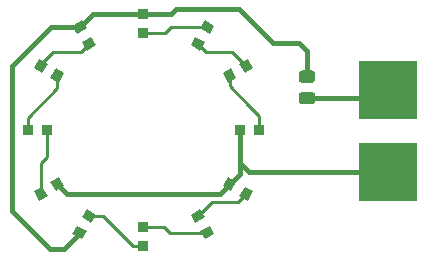
<source format=gtl>
G04 #@! TF.GenerationSoftware,KiCad,Pcbnew,(5.1.8)-1*
G04 #@! TF.CreationDate,2021-07-03T09:41:28-04:00*
G04 #@! TF.ProjectId,K40-LED_PCB,4b34302d-4c45-4445-9f50-43422e6b6963,rev?*
G04 #@! TF.SameCoordinates,Original*
G04 #@! TF.FileFunction,Copper,L1,Top*
G04 #@! TF.FilePolarity,Positive*
%FSLAX46Y46*%
G04 Gerber Fmt 4.6, Leading zero omitted, Abs format (unit mm)*
G04 Created by KiCad (PCBNEW (5.1.8)-1) date 2021-07-03 09:41:28*
%MOMM*%
%LPD*%
G01*
G04 APERTURE LIST*
G04 #@! TA.AperFunction,SMDPad,CuDef*
%ADD10R,5.000000X5.000000*%
G04 #@! TD*
G04 #@! TA.AperFunction,SMDPad,CuDef*
%ADD11C,0.100000*%
G04 #@! TD*
G04 #@! TA.AperFunction,SMDPad,CuDef*
%ADD12R,0.810000X0.930000*%
G04 #@! TD*
G04 #@! TA.AperFunction,SMDPad,CuDef*
%ADD13R,0.930000X0.810000*%
G04 #@! TD*
G04 #@! TA.AperFunction,Conductor*
%ADD14C,0.381000*%
G04 #@! TD*
G04 #@! TA.AperFunction,Conductor*
%ADD15C,0.250000*%
G04 #@! TD*
G04 APERTURE END LIST*
G04 #@! TA.AperFunction,SMDPad,CuDef*
G36*
G01*
X91300001Y-69000000D02*
X90399999Y-69000000D01*
G75*
G02*
X90150000Y-68750001I0J249999D01*
G01*
X90150000Y-68224999D01*
G75*
G02*
X90399999Y-67975000I249999J0D01*
G01*
X91300001Y-67975000D01*
G75*
G02*
X91550000Y-68224999I0J-249999D01*
G01*
X91550000Y-68750001D01*
G75*
G02*
X91300001Y-69000000I-249999J0D01*
G01*
G37*
G04 #@! TD.AperFunction*
G04 #@! TA.AperFunction,SMDPad,CuDef*
G36*
G01*
X91300001Y-70825000D02*
X90399999Y-70825000D01*
G75*
G02*
X90150000Y-70575001I0J249999D01*
G01*
X90150000Y-70049999D01*
G75*
G02*
X90399999Y-69800000I249999J0D01*
G01*
X91300001Y-69800000D01*
G75*
G02*
X91550000Y-70049999I0J-249999D01*
G01*
X91550000Y-70575001D01*
G75*
G02*
X91300001Y-70825000I-249999J0D01*
G01*
G37*
G04 #@! TD.AperFunction*
D10*
X97743000Y-76595000D03*
X97743000Y-69595000D03*
G04 #@! TA.AperFunction,SMDPad,CuDef*
D11*
G36*
X85118241Y-78605202D02*
G01*
X85583241Y-77799798D01*
X86284721Y-78204798D01*
X85819721Y-79010202D01*
X85118241Y-78605202D01*
G37*
G04 #@! TD.AperFunction*
G04 #@! TA.AperFunction,SMDPad,CuDef*
G36*
X83715279Y-77795202D02*
G01*
X84180279Y-76989798D01*
X84881759Y-77394798D01*
X84416759Y-78200202D01*
X83715279Y-77795202D01*
G37*
G04 #@! TD.AperFunction*
G04 #@! TA.AperFunction,SMDPad,CuDef*
G36*
X68416759Y-77799798D02*
G01*
X68881759Y-78605202D01*
X68180279Y-79010202D01*
X67715279Y-78204798D01*
X68416759Y-77799798D01*
G37*
G04 #@! TD.AperFunction*
G04 #@! TA.AperFunction,SMDPad,CuDef*
G36*
X69819721Y-76989798D02*
G01*
X70284721Y-77795202D01*
X69583241Y-78200202D01*
X69118241Y-77394798D01*
X69819721Y-76989798D01*
G37*
G04 #@! TD.AperFunction*
D12*
X85190000Y-73000000D03*
X86810000Y-73000000D03*
G04 #@! TA.AperFunction,SMDPad,CuDef*
D11*
G36*
X80989798Y-80180279D02*
G01*
X81795202Y-79715279D01*
X82200202Y-80416759D01*
X81394798Y-80881759D01*
X80989798Y-80180279D01*
G37*
G04 #@! TD.AperFunction*
G04 #@! TA.AperFunction,SMDPad,CuDef*
G36*
X81799798Y-81583241D02*
G01*
X82605202Y-81118241D01*
X83010202Y-81819721D01*
X82204798Y-82284721D01*
X81799798Y-81583241D01*
G37*
G04 #@! TD.AperFunction*
D12*
X68810000Y-73000000D03*
X67190000Y-73000000D03*
G04 #@! TA.AperFunction,SMDPad,CuDef*
D11*
G36*
X84180279Y-69010202D02*
G01*
X83715279Y-68204798D01*
X84416759Y-67799798D01*
X84881759Y-68605202D01*
X84180279Y-69010202D01*
G37*
G04 #@! TD.AperFunction*
G04 #@! TA.AperFunction,SMDPad,CuDef*
G36*
X85583241Y-68200202D02*
G01*
X85118241Y-67394798D01*
X85819721Y-66989798D01*
X86284721Y-67795202D01*
X85583241Y-68200202D01*
G37*
G04 #@! TD.AperFunction*
D13*
X77000000Y-81190000D03*
X77000000Y-82810000D03*
G04 #@! TA.AperFunction,SMDPad,CuDef*
D11*
G36*
X70284721Y-68204798D02*
G01*
X69819721Y-69010202D01*
X69118241Y-68605202D01*
X69583241Y-67799798D01*
X70284721Y-68204798D01*
G37*
G04 #@! TD.AperFunction*
G04 #@! TA.AperFunction,SMDPad,CuDef*
G36*
X68881759Y-67394798D02*
G01*
X68416759Y-68200202D01*
X67715279Y-67795202D01*
X68180279Y-66989798D01*
X68881759Y-67394798D01*
G37*
G04 #@! TD.AperFunction*
G04 #@! TA.AperFunction,SMDPad,CuDef*
G36*
X81795202Y-66284721D02*
G01*
X80989798Y-65819721D01*
X81394798Y-65118241D01*
X82200202Y-65583241D01*
X81795202Y-66284721D01*
G37*
G04 #@! TD.AperFunction*
G04 #@! TA.AperFunction,SMDPad,CuDef*
G36*
X82605202Y-64881759D02*
G01*
X81799798Y-64416759D01*
X82204798Y-63715279D01*
X83010202Y-64180279D01*
X82605202Y-64881759D01*
G37*
G04 #@! TD.AperFunction*
G04 #@! TA.AperFunction,SMDPad,CuDef*
G36*
X72204798Y-79715279D02*
G01*
X73010202Y-80180279D01*
X72605202Y-80881759D01*
X71799798Y-80416759D01*
X72204798Y-79715279D01*
G37*
G04 #@! TD.AperFunction*
G04 #@! TA.AperFunction,SMDPad,CuDef*
G36*
X71394798Y-81118241D02*
G01*
X72200202Y-81583241D01*
X71795202Y-82284721D01*
X70989798Y-81819721D01*
X71394798Y-81118241D01*
G37*
G04 #@! TD.AperFunction*
G04 #@! TA.AperFunction,SMDPad,CuDef*
G36*
X72200202Y-64416759D02*
G01*
X71394798Y-64881759D01*
X70989798Y-64180279D01*
X71795202Y-63715279D01*
X72200202Y-64416759D01*
G37*
G04 #@! TD.AperFunction*
G04 #@! TA.AperFunction,SMDPad,CuDef*
G36*
X73010202Y-65819721D02*
G01*
X72204798Y-66284721D01*
X71799798Y-65583241D01*
X72605202Y-65118241D01*
X73010202Y-65819721D01*
G37*
G04 #@! TD.AperFunction*
D13*
X77000000Y-63190000D03*
X77000000Y-64810000D03*
D14*
X77000000Y-63190000D02*
X79304000Y-63190000D01*
X79304000Y-63190000D02*
X79756000Y-62738000D01*
X79756000Y-62738000D02*
X85090000Y-62738000D01*
X85090000Y-62738000D02*
X88011000Y-65659000D01*
X88011000Y-65659000D02*
X90170000Y-65659000D01*
X90850000Y-66339000D02*
X90850000Y-68487500D01*
X90170000Y-65659000D02*
X90850000Y-66339000D01*
X72703519Y-63190000D02*
X71595000Y-64298519D01*
X77000000Y-63190000D02*
X72703519Y-63190000D01*
X71595000Y-64298519D02*
X69178481Y-64298519D01*
X69178481Y-64298519D02*
X65913000Y-67564000D01*
X65913000Y-67564000D02*
X65913000Y-79883000D01*
X65913000Y-79883000D02*
X69088000Y-83058000D01*
X70238481Y-83058000D02*
X69723000Y-83058000D01*
X71595000Y-81701481D02*
X70238481Y-83058000D01*
X69088000Y-83058000D02*
X69723000Y-83058000D01*
D15*
X77000000Y-64810000D02*
X78827000Y-64810000D01*
X79338481Y-64298519D02*
X82405000Y-64298519D01*
X78827000Y-64810000D02*
X79338481Y-64298519D01*
X72405000Y-65701481D02*
X71685481Y-66421000D01*
X71685481Y-66421000D02*
X69342000Y-66421000D01*
X68298519Y-67464481D02*
X68298519Y-67595000D01*
X69342000Y-66421000D02*
X68298519Y-67464481D01*
X72405000Y-80298519D02*
X73567519Y-80298519D01*
X76079000Y-82810000D02*
X77000000Y-82810000D01*
X73567519Y-80298519D02*
X76079000Y-82810000D01*
X85701481Y-67595000D02*
X84527481Y-66421000D01*
X82314520Y-66421000D02*
X82241760Y-66348240D01*
X84527481Y-66421000D02*
X82314520Y-66421000D01*
X81595000Y-65701481D02*
X82241760Y-66348240D01*
X69701481Y-68405000D02*
X69701481Y-69490519D01*
X67190000Y-72002000D02*
X67190000Y-73000000D01*
X69701481Y-69490519D02*
X67190000Y-72002000D01*
X77000000Y-81190000D02*
X78777000Y-81190000D01*
X79288481Y-81701481D02*
X82405000Y-81701481D01*
X78777000Y-81190000D02*
X79288481Y-81701481D01*
X86810000Y-71824000D02*
X86810000Y-73000000D01*
X85979000Y-70993000D02*
X86810000Y-71824000D01*
X85979000Y-70993000D02*
X84298519Y-69312519D01*
X84298519Y-68405000D02*
X84298519Y-69312519D01*
X68810000Y-75287000D02*
X68810000Y-73000000D01*
X68298519Y-75798481D02*
X68810000Y-75287000D01*
X68298519Y-78405000D02*
X68298519Y-75798481D01*
X82772519Y-79121000D02*
X81595000Y-80298519D01*
X84985481Y-79121000D02*
X82772519Y-79121000D01*
X85701481Y-78405000D02*
X84985481Y-79121000D01*
D14*
X83461258Y-78432260D02*
X83613759Y-78279759D01*
X83613759Y-78279759D02*
X84298519Y-77595000D01*
X69701481Y-77595000D02*
X70538740Y-78432260D01*
X70538740Y-78432260D02*
X83461258Y-78432260D01*
X85190000Y-76703519D02*
X84298519Y-77595000D01*
D15*
X97025500Y-70312500D02*
X97743000Y-69595000D01*
D14*
X90850000Y-70312500D02*
X97025500Y-70312500D01*
X85939000Y-76595000D02*
X85190000Y-75846000D01*
X85190000Y-75846000D02*
X85190000Y-76703519D01*
X97743000Y-76595000D02*
X85939000Y-76595000D01*
X85190000Y-73000000D02*
X85190000Y-75846000D01*
M02*

</source>
